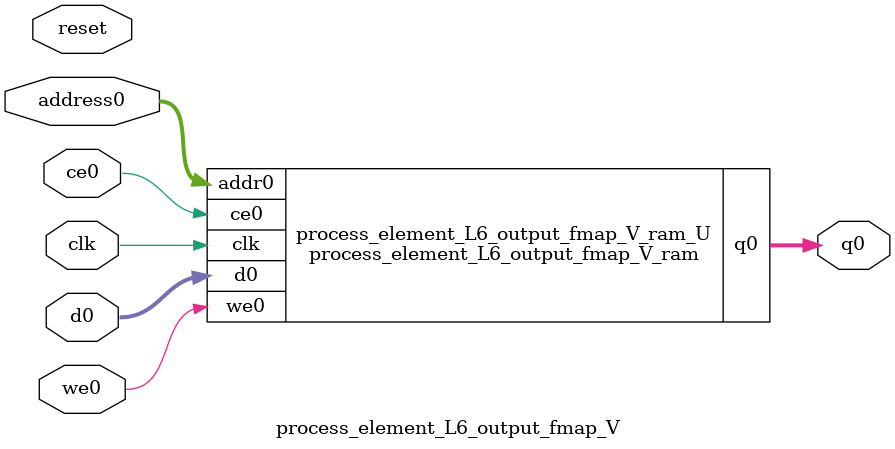
<source format=v>
`timescale 1 ns / 1 ps
module process_element_L6_output_fmap_V_ram (addr0, ce0, d0, we0, q0,  clk);

parameter DWIDTH = 16;
parameter AWIDTH = 4;
parameter MEM_SIZE = 10;

input[AWIDTH-1:0] addr0;
input ce0;
input[DWIDTH-1:0] d0;
input we0;
output reg[DWIDTH-1:0] q0;
input clk;

(* ram_style = "distributed" *)reg [DWIDTH-1:0] ram[0:MEM_SIZE-1];




always @(posedge clk)  
begin 
    if (ce0) begin
        if (we0) 
            ram[addr0] <= d0; 
        q0 <= ram[addr0];
    end
end


endmodule

`timescale 1 ns / 1 ps
module process_element_L6_output_fmap_V(
    reset,
    clk,
    address0,
    ce0,
    we0,
    d0,
    q0);

parameter DataWidth = 32'd16;
parameter AddressRange = 32'd10;
parameter AddressWidth = 32'd4;
input reset;
input clk;
input[AddressWidth - 1:0] address0;
input ce0;
input we0;
input[DataWidth - 1:0] d0;
output[DataWidth - 1:0] q0;



process_element_L6_output_fmap_V_ram process_element_L6_output_fmap_V_ram_U(
    .clk( clk ),
    .addr0( address0 ),
    .ce0( ce0 ),
    .we0( we0 ),
    .d0( d0 ),
    .q0( q0 ));

endmodule


</source>
